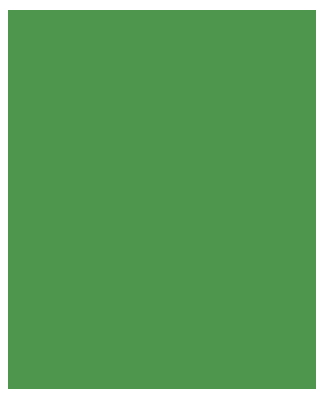
<source format=gbr>
G04 #@! TF.GenerationSoftware,KiCad,Pcbnew,(5.1.5)-3*
G04 #@! TF.CreationDate,2020-05-25T15:33:18-04:00*
G04 #@! TF.ProjectId,vuv4x2,76757634-7832-42e6-9b69-6361645f7063,rev?*
G04 #@! TF.SameCoordinates,Original*
G04 #@! TF.FileFunction,Soldermask,Bot*
G04 #@! TF.FilePolarity,Negative*
%FSLAX46Y46*%
G04 Gerber Fmt 4.6, Leading zero omitted, Abs format (unit mm)*
G04 Created by KiCad (PCBNEW (5.1.5)-3) date 2020-05-25 15:33:18*
%MOMM*%
%LPD*%
G04 APERTURE LIST*
%ADD10C,0.100000*%
G04 APERTURE END LIST*
D10*
G36*
X112060000Y-92200000D02*
G01*
X86060000Y-92200000D01*
X86060000Y-60200000D01*
X112060000Y-60200000D01*
X112060000Y-92200000D01*
G37*
X112060000Y-92200000D02*
X86060000Y-92200000D01*
X86060000Y-60200000D01*
X112060000Y-60200000D01*
X112060000Y-92200000D01*
G36*
X105728641Y-89119580D02*
G01*
X105927446Y-89201927D01*
X106106365Y-89321477D01*
X106258523Y-89473635D01*
X106378073Y-89652554D01*
X106460420Y-89851359D01*
X106502400Y-90062408D01*
X106502400Y-90277592D01*
X106460420Y-90488641D01*
X106378073Y-90687446D01*
X106258523Y-90866365D01*
X106106365Y-91018523D01*
X105927446Y-91138073D01*
X105728641Y-91220420D01*
X105623116Y-91241410D01*
X105517593Y-91262400D01*
X105302407Y-91262400D01*
X105196884Y-91241410D01*
X105091359Y-91220420D01*
X104892554Y-91138073D01*
X104713635Y-91018523D01*
X104561477Y-90866365D01*
X104441927Y-90687446D01*
X104359580Y-90488641D01*
X104317600Y-90277592D01*
X104317600Y-90062408D01*
X104359580Y-89851359D01*
X104441927Y-89652554D01*
X104561477Y-89473635D01*
X104713635Y-89321477D01*
X104892554Y-89201927D01*
X105091359Y-89119580D01*
X105302407Y-89077600D01*
X105517593Y-89077600D01*
X105728641Y-89119580D01*
G37*
G36*
X93028641Y-89119580D02*
G01*
X93227446Y-89201927D01*
X93406365Y-89321477D01*
X93558523Y-89473635D01*
X93678073Y-89652554D01*
X93760420Y-89851359D01*
X93802400Y-90062408D01*
X93802400Y-90277592D01*
X93760420Y-90488641D01*
X93678073Y-90687446D01*
X93558523Y-90866365D01*
X93406365Y-91018523D01*
X93227446Y-91138073D01*
X93028641Y-91220420D01*
X92923116Y-91241410D01*
X92817593Y-91262400D01*
X92602407Y-91262400D01*
X92496884Y-91241410D01*
X92391359Y-91220420D01*
X92192554Y-91138073D01*
X92013635Y-91018523D01*
X91861477Y-90866365D01*
X91741927Y-90687446D01*
X91659580Y-90488641D01*
X91617600Y-90277592D01*
X91617600Y-90062408D01*
X91659580Y-89851359D01*
X91741927Y-89652554D01*
X91861477Y-89473635D01*
X92013635Y-89321477D01*
X92192554Y-89201927D01*
X92391359Y-89119580D01*
X92602407Y-89077600D01*
X92817593Y-89077600D01*
X93028641Y-89119580D01*
G37*
G36*
X97647000Y-90976000D02*
G01*
X95345000Y-90976000D01*
X95345000Y-89824000D01*
X97647000Y-89824000D01*
X97647000Y-90976000D01*
G37*
G36*
X102775000Y-90976000D02*
G01*
X100473000Y-90976000D01*
X100473000Y-89824000D01*
X102775000Y-89824000D01*
X102775000Y-90976000D01*
G37*
G36*
X103675000Y-89451000D02*
G01*
X102573000Y-89451000D01*
X102573000Y-88349000D01*
X103675000Y-88349000D01*
X103675000Y-89451000D01*
G37*
G36*
X95547000Y-89451000D02*
G01*
X94445000Y-89451000D01*
X94445000Y-88349000D01*
X95547000Y-88349000D01*
X95547000Y-89451000D01*
G37*
G36*
X105623116Y-86558590D02*
G01*
X105728641Y-86579580D01*
X105927446Y-86661927D01*
X106106365Y-86781477D01*
X106258523Y-86933635D01*
X106378073Y-87112554D01*
X106460420Y-87311359D01*
X106502400Y-87522408D01*
X106502400Y-87737592D01*
X106460420Y-87948641D01*
X106378073Y-88147446D01*
X106258523Y-88326365D01*
X106106365Y-88478523D01*
X105927446Y-88598073D01*
X105728641Y-88680420D01*
X105517593Y-88722400D01*
X105302407Y-88722400D01*
X105091359Y-88680420D01*
X104892554Y-88598073D01*
X104713635Y-88478523D01*
X104561477Y-88326365D01*
X104441927Y-88147446D01*
X104359580Y-87948641D01*
X104317600Y-87737592D01*
X104317600Y-87522408D01*
X104359580Y-87311359D01*
X104441927Y-87112554D01*
X104561477Y-86933635D01*
X104713635Y-86781477D01*
X104892554Y-86661927D01*
X105091359Y-86579580D01*
X105196884Y-86558590D01*
X105302407Y-86537600D01*
X105517593Y-86537600D01*
X105623116Y-86558590D01*
G37*
G36*
X92923116Y-86558590D02*
G01*
X93028641Y-86579580D01*
X93227446Y-86661927D01*
X93406365Y-86781477D01*
X93558523Y-86933635D01*
X93678073Y-87112554D01*
X93760420Y-87311359D01*
X93802400Y-87522408D01*
X93802400Y-87737592D01*
X93760420Y-87948641D01*
X93678073Y-88147446D01*
X93558523Y-88326365D01*
X93406365Y-88478523D01*
X93227446Y-88598073D01*
X93028641Y-88680420D01*
X92817593Y-88722400D01*
X92602407Y-88722400D01*
X92391359Y-88680420D01*
X92192554Y-88598073D01*
X92013635Y-88478523D01*
X91861477Y-88326365D01*
X91741927Y-88147446D01*
X91659580Y-87948641D01*
X91617600Y-87737592D01*
X91617600Y-87522408D01*
X91659580Y-87311359D01*
X91741927Y-87112554D01*
X91861477Y-86933635D01*
X92013635Y-86781477D01*
X92192554Y-86661927D01*
X92391359Y-86579580D01*
X92496884Y-86558590D01*
X92602407Y-86537600D01*
X92817593Y-86537600D01*
X92923116Y-86558590D01*
G37*
G36*
X102775000Y-87976000D02*
G01*
X100473000Y-87976000D01*
X100473000Y-86824000D01*
X102775000Y-86824000D01*
X102775000Y-87976000D01*
G37*
G36*
X97647000Y-87976000D02*
G01*
X95345000Y-87976000D01*
X95345000Y-86824000D01*
X97647000Y-86824000D01*
X97647000Y-87976000D01*
G37*
G36*
X93028641Y-78959580D02*
G01*
X93227446Y-79041927D01*
X93406365Y-79161477D01*
X93558523Y-79313635D01*
X93678073Y-79492554D01*
X93760420Y-79691359D01*
X93802400Y-79902408D01*
X93802400Y-80117592D01*
X93760420Y-80328641D01*
X93678073Y-80527446D01*
X93558523Y-80706365D01*
X93406365Y-80858523D01*
X93227446Y-80978073D01*
X93028641Y-81060420D01*
X92817593Y-81102400D01*
X92602407Y-81102400D01*
X92391359Y-81060420D01*
X92192554Y-80978073D01*
X92013635Y-80858523D01*
X91861477Y-80706365D01*
X91741927Y-80527446D01*
X91659580Y-80328641D01*
X91617600Y-80117592D01*
X91617600Y-79902408D01*
X91659580Y-79691359D01*
X91741927Y-79492554D01*
X91861477Y-79313635D01*
X92013635Y-79161477D01*
X92192554Y-79041927D01*
X92391359Y-78959580D01*
X92602407Y-78917600D01*
X92817593Y-78917600D01*
X93028641Y-78959580D01*
G37*
G36*
X105728641Y-78959580D02*
G01*
X105927446Y-79041927D01*
X106106365Y-79161477D01*
X106258523Y-79313635D01*
X106378073Y-79492554D01*
X106460420Y-79691359D01*
X106502400Y-79902408D01*
X106502400Y-80117592D01*
X106460420Y-80328641D01*
X106378073Y-80527446D01*
X106258523Y-80706365D01*
X106106365Y-80858523D01*
X105927446Y-80978073D01*
X105728641Y-81060420D01*
X105517593Y-81102400D01*
X105302407Y-81102400D01*
X105091359Y-81060420D01*
X104892554Y-80978073D01*
X104713635Y-80858523D01*
X104561477Y-80706365D01*
X104441927Y-80527446D01*
X104359580Y-80328641D01*
X104317600Y-80117592D01*
X104317600Y-79902408D01*
X104359580Y-79691359D01*
X104441927Y-79492554D01*
X104561477Y-79313635D01*
X104713635Y-79161477D01*
X104892554Y-79041927D01*
X105091359Y-78959580D01*
X105302407Y-78917600D01*
X105517593Y-78917600D01*
X105728641Y-78959580D01*
G37*
G36*
X97647000Y-80816000D02*
G01*
X95345000Y-80816000D01*
X95345000Y-79664000D01*
X97647000Y-79664000D01*
X97647000Y-80816000D01*
G37*
G36*
X102775000Y-80816000D02*
G01*
X100473000Y-80816000D01*
X100473000Y-79664000D01*
X102775000Y-79664000D01*
X102775000Y-80816000D01*
G37*
G36*
X95547000Y-79291000D02*
G01*
X94445000Y-79291000D01*
X94445000Y-78189000D01*
X95547000Y-78189000D01*
X95547000Y-79291000D01*
G37*
G36*
X103675000Y-79291000D02*
G01*
X102573000Y-79291000D01*
X102573000Y-78189000D01*
X103675000Y-78189000D01*
X103675000Y-79291000D01*
G37*
G36*
X105623116Y-76398590D02*
G01*
X105728641Y-76419580D01*
X105927446Y-76501927D01*
X106106365Y-76621477D01*
X106258523Y-76773635D01*
X106378073Y-76952554D01*
X106460420Y-77151359D01*
X106502400Y-77362408D01*
X106502400Y-77577592D01*
X106460420Y-77788641D01*
X106378073Y-77987446D01*
X106258523Y-78166365D01*
X106106365Y-78318523D01*
X105927446Y-78438073D01*
X105728641Y-78520420D01*
X105517593Y-78562400D01*
X105302407Y-78562400D01*
X105091359Y-78520420D01*
X104892554Y-78438073D01*
X104713635Y-78318523D01*
X104561477Y-78166365D01*
X104441927Y-77987446D01*
X104359580Y-77788641D01*
X104317600Y-77577592D01*
X104317600Y-77362408D01*
X104359580Y-77151359D01*
X104441927Y-76952554D01*
X104561477Y-76773635D01*
X104713635Y-76621477D01*
X104892554Y-76501927D01*
X105091359Y-76419580D01*
X105196884Y-76398590D01*
X105302407Y-76377600D01*
X105517593Y-76377600D01*
X105623116Y-76398590D01*
G37*
G36*
X92923116Y-76398590D02*
G01*
X93028641Y-76419580D01*
X93227446Y-76501927D01*
X93406365Y-76621477D01*
X93558523Y-76773635D01*
X93678073Y-76952554D01*
X93760420Y-77151359D01*
X93802400Y-77362408D01*
X93802400Y-77577592D01*
X93760420Y-77788641D01*
X93678073Y-77987446D01*
X93558523Y-78166365D01*
X93406365Y-78318523D01*
X93227446Y-78438073D01*
X93028641Y-78520420D01*
X92817593Y-78562400D01*
X92602407Y-78562400D01*
X92391359Y-78520420D01*
X92192554Y-78438073D01*
X92013635Y-78318523D01*
X91861477Y-78166365D01*
X91741927Y-77987446D01*
X91659580Y-77788641D01*
X91617600Y-77577592D01*
X91617600Y-77362408D01*
X91659580Y-77151359D01*
X91741927Y-76952554D01*
X91861477Y-76773635D01*
X92013635Y-76621477D01*
X92192554Y-76501927D01*
X92391359Y-76419580D01*
X92496884Y-76398590D01*
X92602407Y-76377600D01*
X92817593Y-76377600D01*
X92923116Y-76398590D01*
G37*
G36*
X102775000Y-77816000D02*
G01*
X100473000Y-77816000D01*
X100473000Y-76664000D01*
X102775000Y-76664000D01*
X102775000Y-77816000D01*
G37*
G36*
X97647000Y-77816000D02*
G01*
X95345000Y-77816000D01*
X95345000Y-76664000D01*
X97647000Y-76664000D01*
X97647000Y-77816000D01*
G37*
G36*
X105623116Y-73858590D02*
G01*
X105728641Y-73879580D01*
X105927446Y-73961927D01*
X106106365Y-74081477D01*
X106258523Y-74233635D01*
X106378073Y-74412554D01*
X106460420Y-74611359D01*
X106502400Y-74822408D01*
X106502400Y-75037592D01*
X106460420Y-75248641D01*
X106378073Y-75447446D01*
X106258523Y-75626365D01*
X106106365Y-75778523D01*
X105927446Y-75898073D01*
X105728641Y-75980420D01*
X105517593Y-76022400D01*
X105302407Y-76022400D01*
X105091359Y-75980420D01*
X104892554Y-75898073D01*
X104713635Y-75778523D01*
X104561477Y-75626365D01*
X104441927Y-75447446D01*
X104359580Y-75248641D01*
X104317600Y-75037592D01*
X104317600Y-74822408D01*
X104359580Y-74611359D01*
X104441927Y-74412554D01*
X104561477Y-74233635D01*
X104713635Y-74081477D01*
X104892554Y-73961927D01*
X105091359Y-73879580D01*
X105196884Y-73858590D01*
X105302407Y-73837600D01*
X105517593Y-73837600D01*
X105623116Y-73858590D01*
G37*
G36*
X92923116Y-73858590D02*
G01*
X93028641Y-73879580D01*
X93227446Y-73961927D01*
X93406365Y-74081477D01*
X93558523Y-74233635D01*
X93678073Y-74412554D01*
X93760420Y-74611359D01*
X93802400Y-74822408D01*
X93802400Y-75037592D01*
X93760420Y-75248641D01*
X93678073Y-75447446D01*
X93558523Y-75626365D01*
X93406365Y-75778523D01*
X93227446Y-75898073D01*
X93028641Y-75980420D01*
X92817593Y-76022400D01*
X92602407Y-76022400D01*
X92391359Y-75980420D01*
X92192554Y-75898073D01*
X92013635Y-75778523D01*
X91861477Y-75626365D01*
X91741927Y-75447446D01*
X91659580Y-75248641D01*
X91617600Y-75037592D01*
X91617600Y-74822408D01*
X91659580Y-74611359D01*
X91741927Y-74412554D01*
X91861477Y-74233635D01*
X92013635Y-74081477D01*
X92192554Y-73961927D01*
X92391359Y-73879580D01*
X92496884Y-73858590D01*
X92602407Y-73837600D01*
X92817593Y-73837600D01*
X92923116Y-73858590D01*
G37*
G36*
X97647000Y-75736000D02*
G01*
X95345000Y-75736000D01*
X95345000Y-74584000D01*
X97647000Y-74584000D01*
X97647000Y-75736000D01*
G37*
G36*
X102775000Y-75736000D02*
G01*
X100473000Y-75736000D01*
X100473000Y-74584000D01*
X102775000Y-74584000D01*
X102775000Y-75736000D01*
G37*
G36*
X95547000Y-74211000D02*
G01*
X94445000Y-74211000D01*
X94445000Y-73109000D01*
X95547000Y-73109000D01*
X95547000Y-74211000D01*
G37*
G36*
X103675000Y-74211000D02*
G01*
X102573000Y-74211000D01*
X102573000Y-73109000D01*
X103675000Y-73109000D01*
X103675000Y-74211000D01*
G37*
G36*
X93028641Y-71339580D02*
G01*
X93227446Y-71421927D01*
X93406365Y-71541477D01*
X93558523Y-71693635D01*
X93678073Y-71872554D01*
X93760420Y-72071359D01*
X93802400Y-72282408D01*
X93802400Y-72497592D01*
X93760420Y-72708641D01*
X93678073Y-72907446D01*
X93558523Y-73086365D01*
X93406365Y-73238523D01*
X93227446Y-73358073D01*
X93028641Y-73440420D01*
X92817593Y-73482400D01*
X92602407Y-73482400D01*
X92391359Y-73440420D01*
X92192554Y-73358073D01*
X92013635Y-73238523D01*
X91861477Y-73086365D01*
X91741927Y-72907446D01*
X91659580Y-72708641D01*
X91617600Y-72497592D01*
X91617600Y-72282408D01*
X91659580Y-72071359D01*
X91741927Y-71872554D01*
X91861477Y-71693635D01*
X92013635Y-71541477D01*
X92192554Y-71421927D01*
X92391359Y-71339580D01*
X92602407Y-71297600D01*
X92817593Y-71297600D01*
X93028641Y-71339580D01*
G37*
G36*
X105728641Y-71339580D02*
G01*
X105927446Y-71421927D01*
X106106365Y-71541477D01*
X106258523Y-71693635D01*
X106378073Y-71872554D01*
X106460420Y-72071359D01*
X106502400Y-72282408D01*
X106502400Y-72497592D01*
X106460420Y-72708641D01*
X106378073Y-72907446D01*
X106258523Y-73086365D01*
X106106365Y-73238523D01*
X105927446Y-73358073D01*
X105728641Y-73440420D01*
X105517593Y-73482400D01*
X105302407Y-73482400D01*
X105091359Y-73440420D01*
X104892554Y-73358073D01*
X104713635Y-73238523D01*
X104561477Y-73086365D01*
X104441927Y-72907446D01*
X104359580Y-72708641D01*
X104317600Y-72497592D01*
X104317600Y-72282408D01*
X104359580Y-72071359D01*
X104441927Y-71872554D01*
X104561477Y-71693635D01*
X104713635Y-71541477D01*
X104892554Y-71421927D01*
X105091359Y-71339580D01*
X105302407Y-71297600D01*
X105517593Y-71297600D01*
X105728641Y-71339580D01*
G37*
G36*
X102775000Y-72736000D02*
G01*
X100473000Y-72736000D01*
X100473000Y-71584000D01*
X102775000Y-71584000D01*
X102775000Y-72736000D01*
G37*
G36*
X97647000Y-72736000D02*
G01*
X95345000Y-72736000D01*
X95345000Y-71584000D01*
X97647000Y-71584000D01*
X97647000Y-72736000D01*
G37*
G36*
X93028641Y-63719580D02*
G01*
X93227446Y-63801927D01*
X93406365Y-63921477D01*
X93558523Y-64073635D01*
X93678073Y-64252554D01*
X93760420Y-64451359D01*
X93802400Y-64662408D01*
X93802400Y-64877592D01*
X93760420Y-65088641D01*
X93678073Y-65287446D01*
X93558523Y-65466365D01*
X93406365Y-65618523D01*
X93227446Y-65738073D01*
X93028641Y-65820420D01*
X92923116Y-65841410D01*
X92817593Y-65862400D01*
X92602407Y-65862400D01*
X92496884Y-65841410D01*
X92391359Y-65820420D01*
X92192554Y-65738073D01*
X92013635Y-65618523D01*
X91861477Y-65466365D01*
X91741927Y-65287446D01*
X91659580Y-65088641D01*
X91617600Y-64877592D01*
X91617600Y-64662408D01*
X91659580Y-64451359D01*
X91741927Y-64252554D01*
X91861477Y-64073635D01*
X92013635Y-63921477D01*
X92192554Y-63801927D01*
X92391359Y-63719580D01*
X92602407Y-63677600D01*
X92817593Y-63677600D01*
X93028641Y-63719580D01*
G37*
G36*
X105728641Y-63719580D02*
G01*
X105927446Y-63801927D01*
X106106365Y-63921477D01*
X106258523Y-64073635D01*
X106378073Y-64252554D01*
X106460420Y-64451359D01*
X106502400Y-64662408D01*
X106502400Y-64877592D01*
X106460420Y-65088641D01*
X106378073Y-65287446D01*
X106258523Y-65466365D01*
X106106365Y-65618523D01*
X105927446Y-65738073D01*
X105728641Y-65820420D01*
X105623116Y-65841410D01*
X105517593Y-65862400D01*
X105302407Y-65862400D01*
X105196884Y-65841410D01*
X105091359Y-65820420D01*
X104892554Y-65738073D01*
X104713635Y-65618523D01*
X104561477Y-65466365D01*
X104441927Y-65287446D01*
X104359580Y-65088641D01*
X104317600Y-64877592D01*
X104317600Y-64662408D01*
X104359580Y-64451359D01*
X104441927Y-64252554D01*
X104561477Y-64073635D01*
X104713635Y-63921477D01*
X104892554Y-63801927D01*
X105091359Y-63719580D01*
X105302407Y-63677600D01*
X105517593Y-63677600D01*
X105728641Y-63719580D01*
G37*
G36*
X102775000Y-65576000D02*
G01*
X100473000Y-65576000D01*
X100473000Y-64424000D01*
X102775000Y-64424000D01*
X102775000Y-65576000D01*
G37*
G36*
X97647000Y-65576000D02*
G01*
X95345000Y-65576000D01*
X95345000Y-64424000D01*
X97647000Y-64424000D01*
X97647000Y-65576000D01*
G37*
G36*
X95547000Y-64051000D02*
G01*
X94445000Y-64051000D01*
X94445000Y-62949000D01*
X95547000Y-62949000D01*
X95547000Y-64051000D01*
G37*
G36*
X103675000Y-64051000D02*
G01*
X102573000Y-64051000D01*
X102573000Y-62949000D01*
X103675000Y-62949000D01*
X103675000Y-64051000D01*
G37*
G36*
X105623116Y-61158590D02*
G01*
X105728641Y-61179580D01*
X105927446Y-61261927D01*
X106106365Y-61381477D01*
X106258523Y-61533635D01*
X106378073Y-61712554D01*
X106460420Y-61911359D01*
X106502400Y-62122408D01*
X106502400Y-62337592D01*
X106460420Y-62548641D01*
X106378073Y-62747446D01*
X106258523Y-62926365D01*
X106106365Y-63078523D01*
X105927446Y-63198073D01*
X105728641Y-63280420D01*
X105623116Y-63301410D01*
X105517593Y-63322400D01*
X105302407Y-63322400D01*
X105196884Y-63301410D01*
X105091359Y-63280420D01*
X104892554Y-63198073D01*
X104713635Y-63078523D01*
X104561477Y-62926365D01*
X104441927Y-62747446D01*
X104359580Y-62548641D01*
X104317600Y-62337592D01*
X104317600Y-62122408D01*
X104359580Y-61911359D01*
X104441927Y-61712554D01*
X104561477Y-61533635D01*
X104713635Y-61381477D01*
X104892554Y-61261927D01*
X105091359Y-61179580D01*
X105196884Y-61158590D01*
X105302407Y-61137600D01*
X105517593Y-61137600D01*
X105623116Y-61158590D01*
G37*
G36*
X92923116Y-61158590D02*
G01*
X93028641Y-61179580D01*
X93227446Y-61261927D01*
X93406365Y-61381477D01*
X93558523Y-61533635D01*
X93678073Y-61712554D01*
X93760420Y-61911359D01*
X93802400Y-62122408D01*
X93802400Y-62337592D01*
X93760420Y-62548641D01*
X93678073Y-62747446D01*
X93558523Y-62926365D01*
X93406365Y-63078523D01*
X93227446Y-63198073D01*
X93028641Y-63280420D01*
X92923116Y-63301410D01*
X92817593Y-63322400D01*
X92602407Y-63322400D01*
X92496884Y-63301410D01*
X92391359Y-63280420D01*
X92192554Y-63198073D01*
X92013635Y-63078523D01*
X91861477Y-62926365D01*
X91741927Y-62747446D01*
X91659580Y-62548641D01*
X91617600Y-62337592D01*
X91617600Y-62122408D01*
X91659580Y-61911359D01*
X91741927Y-61712554D01*
X91861477Y-61533635D01*
X92013635Y-61381477D01*
X92192554Y-61261927D01*
X92391359Y-61179580D01*
X92496884Y-61158590D01*
X92602407Y-61137600D01*
X92817593Y-61137600D01*
X92923116Y-61158590D01*
G37*
G36*
X102775000Y-62576000D02*
G01*
X100473000Y-62576000D01*
X100473000Y-61424000D01*
X102775000Y-61424000D01*
X102775000Y-62576000D01*
G37*
G36*
X97647000Y-62576000D02*
G01*
X95345000Y-62576000D01*
X95345000Y-61424000D01*
X97647000Y-61424000D01*
X97647000Y-62576000D01*
G37*
M02*

</source>
